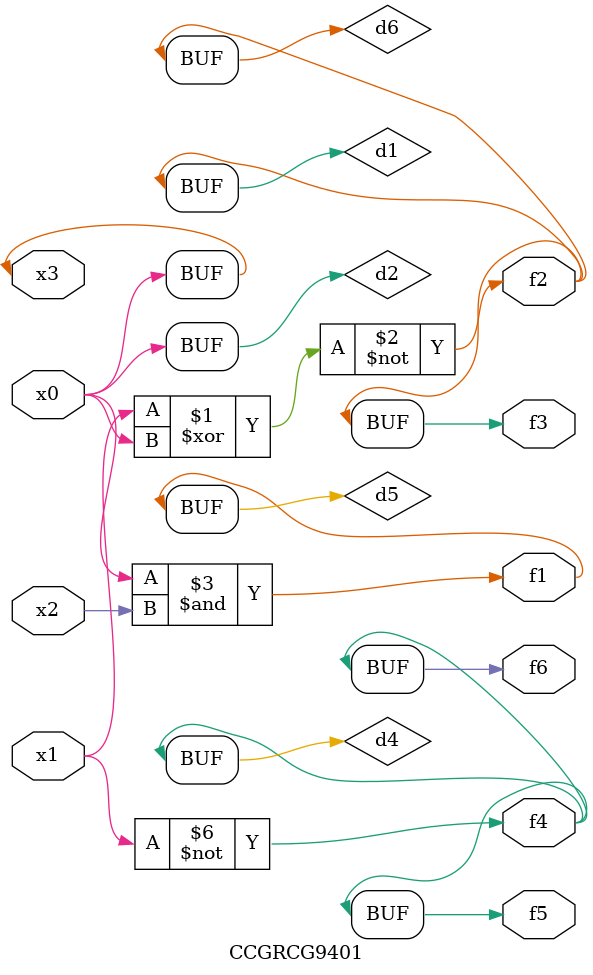
<source format=v>
module CCGRCG9401(
	input x0, x1, x2, x3,
	output f1, f2, f3, f4, f5, f6
);

	wire d1, d2, d3, d4, d5, d6;

	xnor (d1, x1, x3);
	buf (d2, x0, x3);
	nand (d3, x0, x2);
	not (d4, x1);
	nand (d5, d3);
	or (d6, d1);
	assign f1 = d5;
	assign f2 = d6;
	assign f3 = d6;
	assign f4 = d4;
	assign f5 = d4;
	assign f6 = d4;
endmodule

</source>
